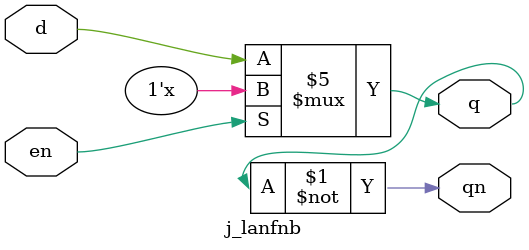
<source format=v>


module j_lanfnb (q, qn, d, en);
    input d, en;
    output q, qn;
    reg q;

    assign qn = ~q;

    always @ (d or en)
        if (!en)
            q = d;

endmodule


</source>
